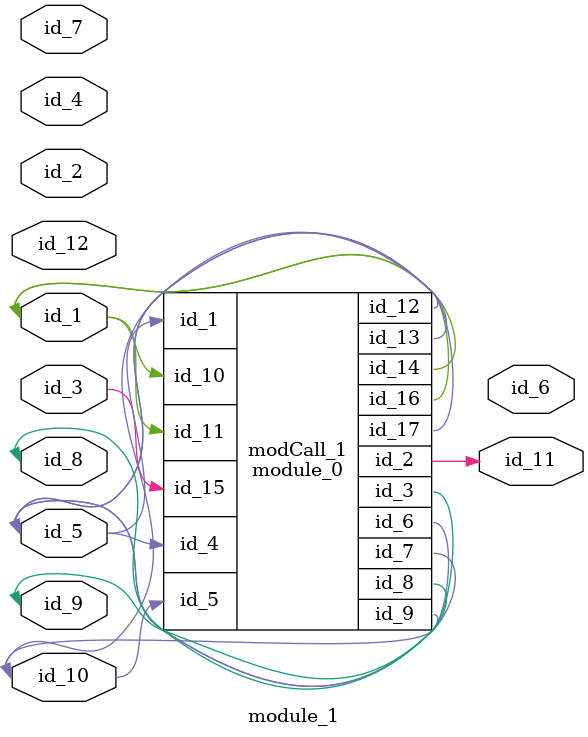
<source format=v>
module module_0 (
    id_1,
    id_2,
    id_3,
    id_4,
    id_5,
    id_6,
    id_7,
    id_8,
    id_9,
    id_10,
    id_11,
    id_12,
    id_13,
    id_14,
    id_15,
    id_16,
    id_17
);
  inout wire id_17;
  inout wire id_16;
  input wire id_15;
  output wire id_14;
  output wire id_13;
  output wire id_12;
  input wire id_11;
  input wire id_10;
  output wire id_9;
  output wire id_8;
  inout wire id_7;
  output wire id_6;
  input wire id_5;
  input wire id_4;
  inout wire id_3;
  output wire id_2;
  input wire id_1;
  wire id_18, id_19;
  wire id_20, id_21;
endmodule
module module_1 (
    id_1,
    id_2,
    id_3,
    id_4,
    id_5,
    id_6,
    id_7,
    id_8,
    id_9,
    id_10,
    id_11,
    id_12
);
  input wire id_12;
  output wire id_11;
  inout wire id_10;
  inout wire id_9;
  inout wire id_8;
  input wire id_7;
  output wire id_6;
  inout wire id_5;
  input wire id_4;
  input wire id_3;
  inout wire id_2;
  inout wire id_1;
  module_0 modCall_1 (
      id_5,
      id_11,
      id_8,
      id_5,
      id_10,
      id_5,
      id_5,
      id_9,
      id_10,
      id_1,
      id_1,
      id_10,
      id_5,
      id_1,
      id_3,
      id_1,
      id_5
  );
endmodule

</source>
